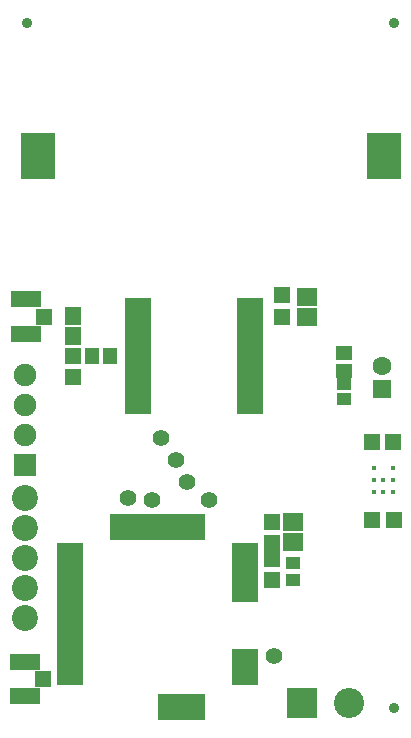
<source format=gts>
G04*
G04 #@! TF.GenerationSoftware,Altium Limited,Altium Designer,20.2.7 (254)*
G04*
G04 Layer_Color=8388736*
%FSLAX44Y44*%
%MOMM*%
G71*
G04*
G04 #@! TF.SameCoordinates,3AAC9187-E8BA-4CE9-B87A-6CD4D1A61E21*
G04*
G04*
G04 #@! TF.FilePolarity,Negative*
G04*
G01*
G75*
%ADD15R,1.4000X1.4500*%
%ADD16R,1.4000X1.2000*%
%ADD17R,1.2000X1.4000*%
%ADD18R,2.2000X1.1000*%
%ADD19R,2.2000X1.2000*%
%ADD20C,1.4000*%
%ADD21R,1.2000X1.0000*%
%ADD22R,1.4500X1.4000*%
%ADD23R,2.6000X1.4500*%
%ADD24R,1.1000X2.2000*%
%ADD25R,1.4500X1.4000*%
%ADD26R,1.3000X1.1000*%
%ADD27R,1.8000X1.6000*%
%ADD28R,3.0000X3.9600*%
%ADD29R,1.4800X1.6200*%
%ADD30C,0.4016*%
%ADD31C,2.2000*%
%ADD32C,1.9000*%
%ADD33R,1.9000X1.9000*%
%ADD34R,2.5500X2.5500*%
%ADD35C,2.5500*%
%ADD36C,0.9000*%
%ADD37C,1.6000*%
%ADD38R,1.6000X1.6000*%
D15*
X2207786Y1334102D02*
D03*
X2225786D02*
D03*
X2207658Y1399540D02*
D03*
X2225658D02*
D03*
D16*
X2183856Y1474958D02*
D03*
Y1459958D02*
D03*
D17*
X1970398Y1472946D02*
D03*
X1985398D02*
D03*
D18*
X2104356Y1428958D02*
D03*
Y1516958D02*
D03*
X2009356D02*
D03*
Y1428958D02*
D03*
X1952216Y1199058D02*
D03*
Y1209058D02*
D03*
Y1219058D02*
D03*
Y1229058D02*
D03*
Y1239058D02*
D03*
Y1249058D02*
D03*
Y1259058D02*
D03*
Y1269058D02*
D03*
Y1279058D02*
D03*
Y1289058D02*
D03*
Y1299058D02*
D03*
Y1309058D02*
D03*
X2100216Y1199058D02*
D03*
Y1209058D02*
D03*
Y1219058D02*
D03*
Y1269058D02*
D03*
Y1279058D02*
D03*
Y1289058D02*
D03*
Y1299058D02*
D03*
Y1309058D02*
D03*
D19*
X2104356Y1439958D02*
D03*
Y1450958D02*
D03*
Y1461958D02*
D03*
Y1472958D02*
D03*
Y1483958D02*
D03*
Y1494958D02*
D03*
Y1505958D02*
D03*
X2009356D02*
D03*
Y1494958D02*
D03*
Y1483958D02*
D03*
Y1472958D02*
D03*
Y1461958D02*
D03*
Y1450958D02*
D03*
Y1439958D02*
D03*
D20*
X2028856Y1403458D02*
D03*
X2051304Y1366266D02*
D03*
X2069846Y1350772D02*
D03*
X2001266Y1352550D02*
D03*
X2021078Y1350772D02*
D03*
X2041856Y1384458D02*
D03*
X2124650Y1218946D02*
D03*
D21*
X2183856Y1448958D02*
D03*
Y1435958D02*
D03*
D22*
X1929135Y1199134D02*
D03*
X1930151Y1505738D02*
D03*
D23*
X1913885Y1184384D02*
D03*
Y1213884D02*
D03*
X1914901Y1490988D02*
D03*
Y1520488D02*
D03*
D24*
X2031216Y1175058D02*
D03*
X2041216D02*
D03*
X2051216D02*
D03*
X2061216D02*
D03*
Y1328058D02*
D03*
X2051216D02*
D03*
X2041216D02*
D03*
X2031216D02*
D03*
X2021216D02*
D03*
X2011216D02*
D03*
X2001216D02*
D03*
X1991216D02*
D03*
D25*
X2123126Y1283088D02*
D03*
Y1301088D02*
D03*
X2122856Y1314338D02*
D03*
Y1332338D02*
D03*
X2131060Y1505966D02*
D03*
Y1523966D02*
D03*
X1954276Y1472946D02*
D03*
Y1454946D02*
D03*
D26*
X2140966Y1296954D02*
D03*
Y1282954D02*
D03*
D27*
X2140906Y1315348D02*
D03*
Y1332348D02*
D03*
X2152904Y1522966D02*
D03*
Y1505966D02*
D03*
D28*
X1924356Y1641958D02*
D03*
X2217356D02*
D03*
D29*
X1954356Y1506518D02*
D03*
Y1489718D02*
D03*
D30*
X2224912Y1377790D02*
D03*
Y1367790D02*
D03*
Y1357790D02*
D03*
X2216912Y1367790D02*
D03*
X2216912Y1357790D02*
D03*
X2208912Y1377790D02*
D03*
Y1367790D02*
D03*
Y1357790D02*
D03*
D31*
X1913856Y1250658D02*
D03*
Y1276058D02*
D03*
Y1301458D02*
D03*
Y1326858D02*
D03*
Y1352258D02*
D03*
D32*
Y1456258D02*
D03*
Y1430858D02*
D03*
Y1405458D02*
D03*
D33*
Y1380058D02*
D03*
D34*
X2148598Y1178844D02*
D03*
D35*
X2188198D02*
D03*
D36*
X2225856Y1174458D02*
D03*
X1915856Y1754458D02*
D03*
X2225856D02*
D03*
D37*
X2215856Y1464458D02*
D03*
D38*
Y1444458D02*
D03*
M02*

</source>
